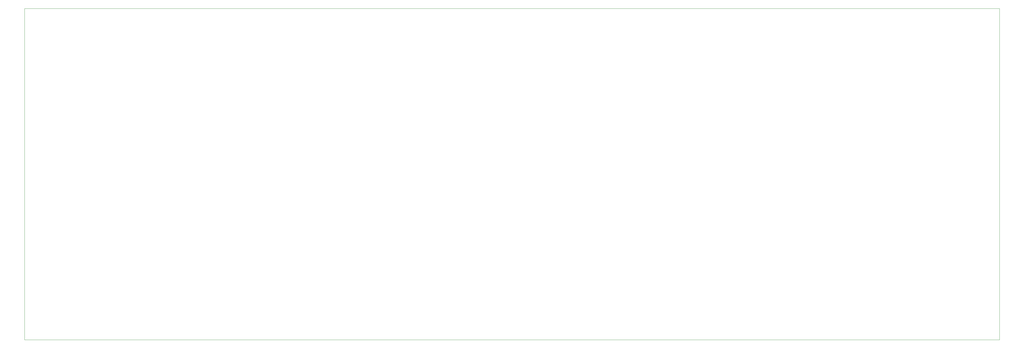
<source format=gbr>
%TF.GenerationSoftware,KiCad,Pcbnew,9.0.3*%
%TF.CreationDate,2025-08-19T04:26:06+03:00*%
%TF.ProjectId,wtf_clock,7774665f-636c-46f6-936b-2e6b69636164,rev?*%
%TF.SameCoordinates,Original*%
%TF.FileFunction,Profile,NP*%
%FSLAX46Y46*%
G04 Gerber Fmt 4.6, Leading zero omitted, Abs format (unit mm)*
G04 Created by KiCad (PCBNEW 9.0.3) date 2025-08-19 04:26:06*
%MOMM*%
%LPD*%
G01*
G04 APERTURE LIST*
%TA.AperFunction,Profile*%
%ADD10C,0.050000*%
%TD*%
G04 APERTURE END LIST*
D10*
X92600000Y-90650000D02*
X422600000Y-90650000D01*
X422600000Y-202900000D01*
X92600000Y-202900000D01*
X92600000Y-90650000D01*
M02*

</source>
